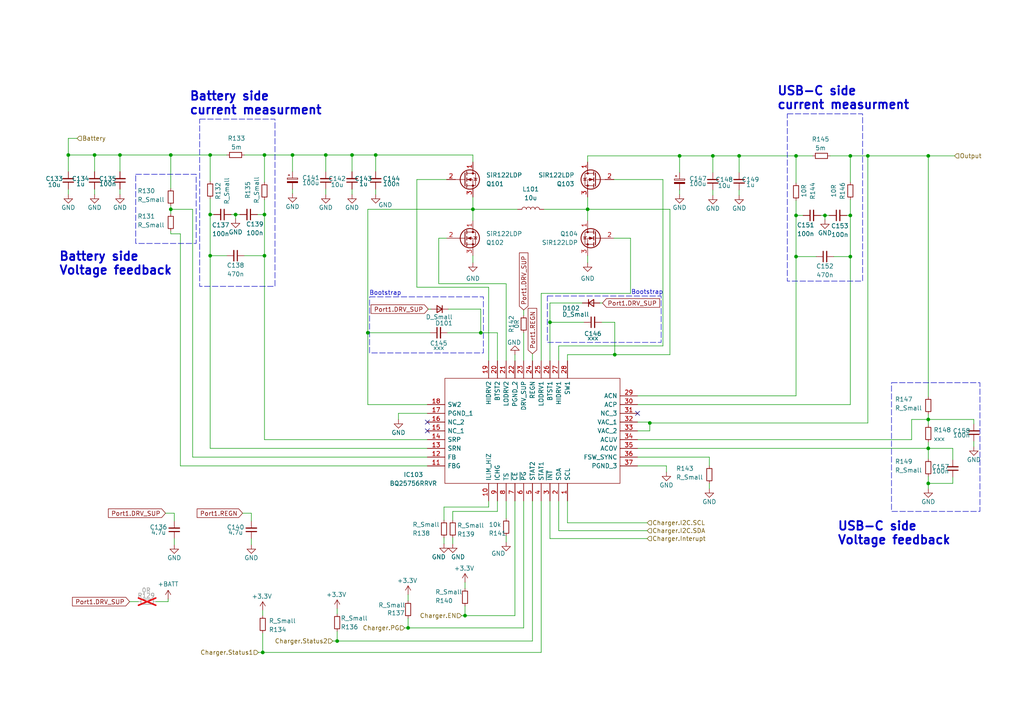
<source format=kicad_sch>
(kicad_sch (version 20231120) (generator "eeschema") (generator_version "8.0")
  (paper "A4")
  (lib_symbols
    (symbol "Device:C_Polarized_Small" (pin_numbers hide) (pin_names (offset 0.254) hide)
      (property "Reference" "C" (at 0.254 1.778 0))
      (property "Value" "C_Polarized_Small" (at 0.254 -2.032 0))
      (symbol "C_Polarized_Small_0_1"
        (rectangle (start -1.524 -0.3048) (end 1.524 -0.6858) (fill (type outline)))
        (rectangle (start -1.524 0.6858) (end 1.524 0.3048))
        (polyline (pts (xy -1.27 1.524) (xy -0.762 1.524)))
        (polyline (pts (xy -1.016 1.27) (xy -1.016 1.778)))
      )
      (symbol "C_Polarized_Small_1_1"
        (pin passive line (at 0 2.54 270) (length 1.8542) (name "~") (number "1"))
        (pin passive line (at 0 -2.54 90) (length 1.8542) (name "~") (number "2"))
      )
    )
    (symbol "Device:C_Small" (pin_numbers hide) (pin_names (offset 0.254) hide)
      (property "Reference" "C" (at 0.254 1.778 0))
      (property "Value" "C_Small" (at 0.254 -2.032 0))
      (symbol "C_Small_0_1"
        (polyline (pts (xy -1.524 -0.508) (xy 1.524 -0.508)) (stroke (width 0.3302)))
        (polyline (pts (xy -1.524 0.508) (xy 1.524 0.508)) (stroke (width 0.3048)))
      )
      (symbol "C_Small_1_1"
        (pin passive line (at 0 2.54 270) (length 2.032) (name "~") (number "1"))
        (pin passive line (at 0 -2.54 90) (length 2.032) (name "~") (number "2"))
      )
    )
    (symbol "Device:D_Small" (pin_numbers hide) (pin_names (offset 0.254) hide)
      (property "Reference" "D" (at -1.27 2.032 0))
      (property "Value" "D_Small" (at -3.81 -2.032 0))
      (symbol "D_Small_0_1"
        (polyline (pts (xy -0.762 -1.016) (xy -0.762 1.016)) (stroke (width 0.254)))
        (polyline (pts (xy -0.762 0) (xy 0.762 0)))
        (polyline (pts (xy 0.762 -1.016) (xy -0.762 0) (xy 0.762 1.016) (xy 0.762 -1.016)) (stroke (width 0.254)))
      )
      (symbol "D_Small_1_1"
        (pin passive line (at -2.54 0 0) (length 1.778) (name "K") (number "1"))
        (pin passive line (at 2.54 0 180) (length 1.778) (name "A") (number "2"))
      )
    )
    (symbol "Device:L" (pin_numbers hide) (pin_names (offset 1.016) hide)
      (property "Reference" "L" (at -1.27 0 90))
      (property "Value" "L" (at 1.905 0 90))
      (symbol "L_0_1"
        (arc (start 0 -2.54) (mid 0.6323 -1.905) (end 0 -1.27))
        (arc (start 0 -1.27) (mid 0.6323 -0.635) (end 0 0))
        (arc (start 0 0) (mid 0.6323 0.635) (end 0 1.27))
        (arc (start 0 1.27) (mid 0.6323 1.905) (end 0 2.54))
      )
      (symbol "L_1_1"
        (pin passive line (at 0 3.81 270) (length 1.27) (name "1") (number "1"))
        (pin passive line (at 0 -3.81 90) (length 1.27) (name "2") (number "2"))
      )
    )
    (symbol "Device:Q_NMOS_DGS" (pin_names (offset 0) hide)
      (property "Reference" "Q" (at 5.08 1.27 0))
      (property "Value" "Q_NMOS_DGS" (at 5.08 -1.27 0))
      (symbol "Q_NMOS_DGS_0_1"
        (polyline (pts (xy 0.254 0) (xy -2.54 0)))
        (polyline (pts (xy 0.254 1.905) (xy 0.254 -1.905)) (stroke (width 0.254)))
        (polyline (pts (xy 0.762 -1.27) (xy 0.762 -2.286)) (stroke (width 0.254)))
        (polyline (pts (xy 0.762 0.508) (xy 0.762 -0.508)) (stroke (width 0.254)))
        (polyline (pts (xy 0.762 2.286) (xy 0.762 1.27)) (stroke (width 0.254)))
        (polyline (pts (xy 2.54 2.54) (xy 2.54 1.778)))
        (polyline (pts (xy 2.54 -2.54) (xy 2.54 0) (xy 0.762 0)))
        (polyline (pts (xy 0.762 -1.778) (xy 3.302 -1.778) (xy 3.302 1.778) (xy 0.762 1.778)))
        (polyline (pts (xy 1.016 0) (xy 2.032 0.381) (xy 2.032 -0.381) (xy 1.016 0)) (fill (type outline)))
        (polyline (pts (xy 2.794 0.508) (xy 2.921 0.381) (xy 3.683 0.381) (xy 3.81 0.254)))
        (polyline (pts (xy 3.302 0.381) (xy 2.921 -0.254) (xy 3.683 -0.254) (xy 3.302 0.381)))
        (circle (center 1.651 0) (radius 2.794) (stroke (width 0.254)))
        (circle (center 2.54 -1.778) (radius 0.254) (fill (type outline)))
        (circle (center 2.54 1.778) (radius 0.254) (fill (type outline)))
      )
      (symbol "Q_NMOS_DGS_1_1"
        (pin passive line (at 2.54 5.08 270) (length 2.54) (name "D") (number "1"))
        (pin input line (at -5.08 0 0) (length 2.54) (name "G") (number "2"))
        (pin passive line (at 2.54 -5.08 90) (length 2.54) (name "S") (number "3"))
      )
    )
    (symbol "Device:R_Small" (pin_numbers hide) (pin_names (offset 0.254) hide)
      (property "Reference" "R" (at 0.762 0.508 0))
      (property "Value" "R_Small" (at 0.762 -1.016 0))
      (symbol "R_Small_0_1"
        (rectangle (start -0.762 1.778) (end 0.762 -1.778) (stroke (width 0.2032)))
      )
      (symbol "R_Small_1_1"
        (pin passive line (at 0 2.54 270) (length 0.762) (name "~") (number "1"))
        (pin passive line (at 0 -2.54 90) (length 0.762) (name "~") (number "2"))
      )
    )
    (symbol "SamacSys_Parts:BQ25756RRVR" (pin_names (offset 0.762))
      (property "Reference" "IC" (at 36.83 20.32 0))
      (property "Value" "BQ25756RRVR" (at 36.83 17.78 0))
      (symbol "BQ25756RRVR_0_0"
        (pin passive line (at 0 0 0) (length 5.08) (name "SCL") (number "1"))
        (pin passive line (at 0 -22.86 0) (length 5.08) (name "ILIM_HIZ") (number "10"))
        (pin passive line (at 10.16 -40.64 90) (length 5.08) (name "FBG") (number "11"))
        (pin passive line (at 12.7 -40.64 90) (length 5.08) (name "FB") (number "12"))
        (pin passive line (at 15.24 -40.64 90) (length 5.08) (name "SRN") (number "13"))
        (pin passive line (at 17.78 -40.64 90) (length 5.08) (name "SRP") (number "14"))
        (pin passive line (at 20.32 -40.64 90) (length 5.08) (name "NC_1") (number "15"))
        (pin passive line (at 22.86 -40.64 90) (length 5.08) (name "NC_2") (number "16"))
        (pin passive line (at 25.4 -40.64 90) (length 5.08) (name "PGND_1") (number "17"))
        (pin passive line (at 27.94 -40.64 90) (length 5.08) (name "SW2") (number "18"))
        (pin passive line (at 40.64 -22.86 180) (length 5.08) (name "HIDRV2") (number "19"))
        (pin passive line (at 0 -2.54 0) (length 5.08) (name "SDA") (number "2"))
        (pin passive line (at 40.64 -20.32 180) (length 5.08) (name "BTST2") (number "20"))
        (pin passive line (at 40.64 -17.78 180) (length 5.08) (name "LODRV2") (number "21"))
        (pin passive line (at 40.64 -15.24 180) (length 5.08) (name "PGND_2") (number "22"))
        (pin passive line (at 40.64 -12.7 180) (length 5.08) (name "DRV_SUP") (number "23"))
        (pin passive line (at 40.64 -10.16 180) (length 5.08) (name "REGN") (number "24"))
        (pin passive line (at 40.64 -7.62 180) (length 5.08) (name "LODRV1") (number "25"))
        (pin passive line (at 40.64 -5.08 180) (length 5.08) (name "BTST1") (number "26"))
        (pin passive line (at 40.64 -2.54 180) (length 5.08) (name "HIDRV1") (number "27"))
        (pin passive line (at 40.64 0 180) (length 5.08) (name "SW1") (number "28"))
        (pin passive line (at 30.48 20.32 270) (length 5.08) (name "ACN") (number "29"))
        (pin passive line (at 0 -5.08 0) (length 5.08) (name "~{INT}") (number "3"))
        (pin passive line (at 27.94 20.32 270) (length 5.08) (name "ACP") (number "30"))
        (pin passive line (at 25.4 20.32 270) (length 5.08) (name "NC_3") (number "31"))
        (pin passive line (at 22.86 20.32 270) (length 5.08) (name "VAC_1") (number "32"))
        (pin passive line (at 20.32 20.32 270) (length 5.08) (name "VAC_2") (number "33"))
        (pin passive line (at 17.78 20.32 270) (length 5.08) (name "ACUV") (number "34"))
        (pin passive line (at 15.24 20.32 270) (length 5.08) (name "ACOV") (number "35"))
        (pin passive line (at 12.7 20.32 270) (length 5.08) (name "FSW_SYNC") (number "36"))
        (pin passive line (at 10.16 20.32 270) (length 5.08) (name "PGND_3") (number "37"))
        (pin passive line (at 0 -7.62 0) (length 5.08) (name "STAT1") (number "4"))
        (pin passive line (at 0 -10.16 0) (length 5.08) (name "STAT2") (number "5"))
        (pin passive line (at 0 -12.7 0) (length 5.08) (name "~{PG}") (number "6"))
        (pin passive line (at 0 -15.24 0) (length 5.08) (name "~{CE}") (number "7"))
        (pin passive line (at 0 -17.78 0) (length 5.08) (name "TS") (number "8"))
        (pin passive line (at 0 -20.32 0) (length 5.08) (name "ICHG") (number "9"))
      )
      (symbol "BQ25756RRVR_0_1"
        (polyline (pts (xy 5.08 15.24) (xy 35.56 15.24) (xy 35.56 -35.56) (xy 5.08 -35.56) (xy 5.08 15.24)) (stroke (width 0.1524)))
      )
    )
    (symbol "power:+3.3V" (power) (pin_names (offset 0))
      (property "Value" "+3.3V" (at 0 3.556 0))
      (symbol "+3.3V_0_1"
        (polyline (pts (xy -0.762 1.27) (xy 0 2.54)))
        (polyline (pts (xy 0 0) (xy 0 2.54)))
        (polyline (pts (xy 0 2.54) (xy 0.762 1.27)))
      )
      (symbol "+3.3V_1_1"
        (pin power_in line (at 0 0 90) (length 0) hide (name "+3.3V") (number "1"))
      )
    )
    (symbol "power:+BATT" (power) (pin_numbers hide) (pin_names (offset 0) hide)
      (property "Value" "+BATT" (at 0 3.556 0))
      (symbol "+BATT_0_1"
        (polyline (pts (xy -0.762 1.27) (xy 0 2.54)))
        (polyline (pts (xy 0 0) (xy 0 2.54)))
        (polyline (pts (xy 0 2.54) (xy 0.762 1.27)))
      )
      (symbol "+BATT_1_1"
        (pin power_in line (at 0 0 90) (length 0) (name "~") (number "1"))
      )
    )
    (symbol "power:GND" (power) (pin_names (offset 0))
      (property "Value" "GND" (at 0 -3.81 0))
      (symbol "GND_0_1"
        (polyline (pts (xy 0 0) (xy 0 -1.27) (xy 1.27 -1.27) (xy 0 -2.54) (xy -1.27 -1.27) (xy 0 -1.27)))
      )
      (symbol "GND_1_1"
        (pin power_in line (at 0 0 270) (length 0) hide (name "GND") (number "1"))
      )
    )
  )
  (junction (at 230.886 45.212))
  (junction (at 60.96 62.23))
  (junction (at 97.79 185.928))
  (junction (at 106.68 96.52))
  (junction (at 68.326 62.23))
  (junction (at 76.708 62.23))
  (junction (at 60.96 44.958))
  (junction (at 269.24 130.048))
  (junction (at 178.308 102.87))
  (junction (at 76.2 189.23))
  (junction (at 137.16 60.706))
  (junction (at 269.24 121.666))
  (junction (at 60.96 74.168))
  (junction (at 188.468 122.682))
  (junction (at 76.708 74.168))
  (junction (at 139.446 96.52))
  (junction (at 19.812 44.958))
  (junction (at 197.104 45.212))
  (junction (at 230.886 62.484))
  (junction (at 49.53 44.958))
  (junction (at 84.836 44.958))
  (junction (at 246.634 45.212))
  (junction (at 27.432 44.958))
  (junction (at 206.756 45.212))
  (junction (at 159.512 93.472))
  (junction (at 134.874 178.562))
  (junction (at 246.634 74.422))
  (junction (at 108.966 44.958))
  (junction (at 102.108 44.958))
  (junction (at 170.434 60.706))
  (junction (at 118.364 182.118))
  (junction (at 269.24 140.208))
  (junction (at 49.53 60.706))
  (junction (at 94.488 44.958))
  (junction (at 214.376 45.212))
  (junction (at 251.714 45.212))
  (junction (at 269.24 45.212))
  (junction (at 246.634 62.484))
  (junction (at 239.268 62.484))
  (junction (at 230.886 74.422))
  (junction (at 34.798 44.958))
  (junction (at 76.708 44.958))
  (no_connect (at 123.952 122.428))
  (no_connect (at 184.912 119.888))
  (no_connect (at 123.952 124.968))
  (wire (pts (xy 84.836 49.784) (xy 84.836 44.958)))
  (wire (pts (xy 60.96 44.958) (xy 65.786 44.958)))
  (wire (pts (xy 49.53 44.958) (xy 60.96 44.958)))
  (wire (pts (xy 276.352 138.43) (xy 276.352 140.208)))
  (wire (pts (xy 49.53 44.958) (xy 49.53 54.61)))
  (wire (pts (xy 76.708 74.168) (xy 76.708 127.508)))
  (wire (pts (xy 170.434 57.15) (xy 170.434 60.706)))
  (wire (pts (xy 170.434 46.99) (xy 170.434 45.212)))
  (wire (pts (xy 60.96 74.168) (xy 60.96 130.048)))
  (wire (pts (xy 139.446 89.662) (xy 139.446 96.52)))
  (wire (pts (xy 124.968 89.662) (xy 124.206 89.662)))
  (wire (pts (xy 128.778 147.066) (xy 128.778 150.876)))
  (wire (pts (xy 184.912 124.968) (xy 188.468 124.968)))
  (wire (pts (xy 72.898 156.21) (xy 72.898 157.988)))
  (wire (pts (xy 74.93 189.23) (xy 76.2 189.23)))
  (wire (pts (xy 97.79 185.928) (xy 154.432 185.928)))
  (wire (pts (xy 19.812 44.958) (xy 19.812 49.784)))
  (wire (pts (xy 269.24 121.666) (xy 282.448 121.666)))
  (wire (pts (xy 115.57 119.888) (xy 115.57 121.666)))
  (wire (pts (xy 197.104 50.038) (xy 197.104 45.212)))
  (wire (pts (xy 184.912 117.348) (xy 246.634 117.348)))
  (wire (pts (xy 239.268 62.484) (xy 237.998 62.484)))
  (wire (pts (xy 19.812 40.132) (xy 19.812 44.958)))
  (wire (pts (xy 192.278 52.07) (xy 178.054 52.07)))
  (wire (pts (xy 134.874 175.768) (xy 134.874 178.562)))
  (wire (pts (xy 241.808 74.422) (xy 246.634 74.422)))
  (wire (pts (xy 94.488 54.864) (xy 94.488 56.388)))
  (wire (pts (xy 264.414 121.666) (xy 269.24 121.666)))
  (wire (pts (xy 84.836 54.864) (xy 84.836 56.134)))
  (wire (pts (xy 34.798 54.864) (xy 34.798 56.388)))
  (wire (pts (xy 19.812 44.958) (xy 27.432 44.958)))
  (wire (pts (xy 214.376 55.118) (xy 214.376 56.642)))
  (wire (pts (xy 159.512 145.288) (xy 159.512 156.21)))
  (wire (pts (xy 269.24 140.208) (xy 269.24 141.732)))
  (wire (pts (xy 76.708 44.958) (xy 76.708 52.832)))
  (wire (pts (xy 55.88 132.588) (xy 123.952 132.588)))
  (wire (pts (xy 68.326 62.23) (xy 69.596 62.23)))
  (wire (pts (xy 164.592 102.87) (xy 178.308 102.87)))
  (wire (pts (xy 146.812 104.648) (xy 146.812 82.296)))
  (wire (pts (xy 131.318 155.956) (xy 131.318 157.734)))
  (wire (pts (xy 141.732 147.066) (xy 141.732 145.288)))
  (wire (pts (xy 96.52 185.928) (xy 97.79 185.928)))
  (wire (pts (xy 139.446 96.52) (xy 144.272 96.52)))
  (wire (pts (xy 156.972 85.09) (xy 182.88 85.09)))
  (wire (pts (xy 193.294 135.128) (xy 193.294 136.906)))
  (wire (pts (xy 137.16 64.008) (xy 137.16 60.706)))
  (wire (pts (xy 134.874 168.91) (xy 134.874 170.688)))
  (wire (pts (xy 68.326 62.23) (xy 68.326 63.5)))
  (wire (pts (xy 76.2 183.642) (xy 76.2 189.23)))
  (wire (pts (xy 60.96 57.658) (xy 60.96 62.23)))
  (wire (pts (xy 146.812 155.448) (xy 146.812 157.226)))
  (wire (pts (xy 235.712 45.212) (xy 230.886 45.212)))
  (wire (pts (xy 269.24 115.062) (xy 269.24 45.212)))
  (wire (pts (xy 120.904 83.312) (xy 120.904 52.07)))
  (wire (pts (xy 97.79 176.53) (xy 97.79 178.054)))
  (wire (pts (xy 184.912 130.048) (xy 269.24 130.048)))
  (wire (pts (xy 269.24 128.27) (xy 269.24 130.048)))
  (wire (pts (xy 128.778 147.066) (xy 141.732 147.066)))
  (wire (pts (xy 106.68 60.706) (xy 137.16 60.706)))
  (wire (pts (xy 141.732 83.312) (xy 141.732 104.648)))
  (wire (pts (xy 159.512 93.472) (xy 159.512 104.648)))
  (wire (pts (xy 76.708 62.23) (xy 76.708 74.168)))
  (wire (pts (xy 76.708 44.958) (xy 84.836 44.958)))
  (wire (pts (xy 246.634 74.422) (xy 246.634 117.348)))
  (wire (pts (xy 269.24 130.048) (xy 276.352 130.048)))
  (wire (pts (xy 60.96 62.23) (xy 60.96 74.168)))
  (wire (pts (xy 146.812 145.288) (xy 146.812 150.368)))
  (wire (pts (xy 137.16 44.958) (xy 137.16 46.99)))
  (wire (pts (xy 52.324 67.818) (xy 49.53 67.818)))
  (wire (pts (xy 184.912 122.428) (xy 188.468 122.428)))
  (wire (pts (xy 246.634 62.484) (xy 246.634 74.422)))
  (wire (pts (xy 118.364 182.118) (xy 151.892 182.118)))
  (wire (pts (xy 72.898 148.844) (xy 72.898 151.13)))
  (wire (pts (xy 156.972 145.288) (xy 156.972 189.23)))
  (wire (pts (xy 246.634 45.212) (xy 251.714 45.212)))
  (wire (pts (xy 94.488 44.958) (xy 102.108 44.958)))
  (wire (pts (xy 230.886 58.166) (xy 230.886 62.484)))
  (wire (pts (xy 170.434 64.008) (xy 170.434 60.706)))
  (wire (pts (xy 269.24 120.142) (xy 269.24 121.666)))
  (wire (pts (xy 149.352 104.648) (xy 149.352 102.87)))
  (wire (pts (xy 27.432 54.864) (xy 27.432 56.388)))
  (wire (pts (xy 251.714 45.212) (xy 251.714 122.682)))
  (wire (pts (xy 246.634 45.212) (xy 240.792 45.212)))
  (wire (pts (xy 137.16 74.168) (xy 137.16 76.2)))
  (wire (pts (xy 162.052 153.924) (xy 187.706 153.924)))
  (wire (pts (xy 192.278 100.33) (xy 192.278 52.07)))
  (wire (pts (xy 194.31 102.87) (xy 194.31 60.706)))
  (wire (pts (xy 137.16 60.706) (xy 150.114 60.706)))
  (wire (pts (xy 230.886 45.212) (xy 230.886 53.086)))
  (wire (pts (xy 269.24 121.666) (xy 269.24 123.19)))
  (wire (pts (xy 269.24 138.176) (xy 269.24 140.208)))
  (wire (pts (xy 123.952 130.048) (xy 60.96 130.048)))
  (wire (pts (xy 123.952 119.888) (xy 115.57 119.888)))
  (wire (pts (xy 19.812 54.864) (xy 19.812 56.388)))
  (wire (pts (xy 123.952 117.348) (xy 106.68 117.348)))
  (wire (pts (xy 108.966 44.958) (xy 137.16 44.958)))
  (wire (pts (xy 34.798 44.958) (xy 49.53 44.958)))
  (wire (pts (xy 205.74 140.208) (xy 205.74 141.732)))
  (wire (pts (xy 127.254 82.296) (xy 127.254 69.088)))
  (wire (pts (xy 76.708 127.508) (xy 123.952 127.508)))
  (wire (pts (xy 188.468 122.682) (xy 251.714 122.682)))
  (wire (pts (xy 49.53 60.706) (xy 49.53 61.976)))
  (wire (pts (xy 282.448 128.016) (xy 282.448 129.54)))
  (wire (pts (xy 178.308 93.472) (xy 178.308 102.87)))
  (wire (pts (xy 197.104 55.118) (xy 197.104 56.388)))
  (wire (pts (xy 159.512 87.884) (xy 159.512 93.472)))
  (wire (pts (xy 240.538 62.484) (xy 239.268 62.484)))
  (wire (pts (xy 154.432 145.288) (xy 154.432 185.928)))
  (wire (pts (xy 50.546 156.21) (xy 50.546 157.988)))
  (wire (pts (xy 137.16 57.15) (xy 137.16 60.706)))
  (wire (pts (xy 173.99 87.884) (xy 174.752 87.884)))
  (wire (pts (xy 61.976 62.23) (xy 60.96 62.23)))
  (wire (pts (xy 206.756 55.118) (xy 206.756 56.642)))
  (wire (pts (xy 276.352 140.208) (xy 269.24 140.208)))
  (wire (pts (xy 70.866 44.958) (xy 76.708 44.958)))
  (wire (pts (xy 164.592 104.648) (xy 164.592 102.87)))
  (wire (pts (xy 246.634 45.212) (xy 246.634 52.832)))
  (wire (pts (xy 194.31 60.706) (xy 170.434 60.706)))
  (wire (pts (xy 170.434 45.212) (xy 197.104 45.212)))
  (wire (pts (xy 74.676 62.23) (xy 76.708 62.23)))
  (wire (pts (xy 159.512 156.21) (xy 187.706 156.21)))
  (wire (pts (xy 84.836 44.958) (xy 94.488 44.958)))
  (wire (pts (xy 184.912 114.808) (xy 230.886 114.808)))
  (wire (pts (xy 27.432 44.958) (xy 34.798 44.958)))
  (wire (pts (xy 144.272 148.336) (xy 144.272 145.288)))
  (wire (pts (xy 151.892 96.52) (xy 151.892 104.648)))
  (wire (pts (xy 162.052 100.33) (xy 192.278 100.33)))
  (wire (pts (xy 206.756 45.212) (xy 214.376 45.212)))
  (wire (pts (xy 146.812 82.296) (xy 127.254 82.296)))
  (wire (pts (xy 134.874 178.562) (xy 149.352 178.562)))
  (wire (pts (xy 164.592 151.638) (xy 187.706 151.638)))
  (wire (pts (xy 127.254 69.088) (xy 129.54 69.088)))
  (wire (pts (xy 118.364 179.324) (xy 118.364 182.118)))
  (wire (pts (xy 151.892 89.916) (xy 151.892 91.44)))
  (wire (pts (xy 106.68 96.52) (xy 124.714 96.52)))
  (wire (pts (xy 102.108 44.958) (xy 108.966 44.958)))
  (wire (pts (xy 76.2 177.038) (xy 76.2 178.562)))
  (wire (pts (xy 205.74 132.588) (xy 205.74 135.128)))
  (wire (pts (xy 65.786 74.168) (xy 60.96 74.168)))
  (wire (pts (xy 282.448 121.666) (xy 282.448 122.936)))
  (wire (pts (xy 184.912 127.508) (xy 264.414 127.508)))
  (wire (pts (xy 188.468 122.682) (xy 188.468 122.428)))
  (wire (pts (xy 154.432 102.616) (xy 154.432 104.648)))
  (wire (pts (xy 246.634 57.912) (xy 246.634 62.484)))
  (wire (pts (xy 123.952 135.128) (xy 52.324 135.128)))
  (wire (pts (xy 197.104 45.212) (xy 206.756 45.212)))
  (wire (pts (xy 131.318 148.336) (xy 131.318 150.876)))
  (wire (pts (xy 159.512 93.472) (xy 169.418 93.472)))
  (wire (pts (xy 276.352 130.048) (xy 276.352 133.35)))
  (wire (pts (xy 106.68 96.52) (xy 106.68 117.348)))
  (wire (pts (xy 37.592 174.498) (xy 40.132 174.498)))
  (wire (pts (xy 157.734 60.706) (xy 170.434 60.706)))
  (wire (pts (xy 128.778 155.956) (xy 128.778 157.734)))
  (wire (pts (xy 214.376 45.212) (xy 230.886 45.212)))
  (wire (pts (xy 48.006 148.844) (xy 50.546 148.844)))
  (wire (pts (xy 130.048 89.662) (xy 139.446 89.662)))
  (wire (pts (xy 55.88 60.706) (xy 55.88 132.588)))
  (wire (pts (xy 129.794 96.52) (xy 139.446 96.52)))
  (wire (pts (xy 239.268 62.484) (xy 239.268 63.754)))
  (wire (pts (xy 27.432 44.958) (xy 27.432 49.784)))
  (wire (pts (xy 76.708 57.912) (xy 76.708 62.23)))
  (wire (pts (xy 184.912 132.588) (xy 205.74 132.588)))
  (wire (pts (xy 269.24 130.048) (xy 269.24 133.096)))
  (wire (pts (xy 162.052 104.648) (xy 162.052 100.33)))
  (wire (pts (xy 70.358 148.844) (xy 72.898 148.844)))
  (wire (pts (xy 70.866 74.168) (xy 76.708 74.168)))
  (wire (pts (xy 22.352 40.132) (xy 19.812 40.132)))
  (wire (pts (xy 118.364 172.466) (xy 118.364 174.244)))
  (wire (pts (xy 164.592 145.288) (xy 164.592 151.638)))
  (wire (pts (xy 182.88 69.088) (xy 178.054 69.088)))
  (wire (pts (xy 269.24 45.212) (xy 276.86 45.212)))
  (wire (pts (xy 206.756 45.212) (xy 206.756 50.038)))
  (wire (pts (xy 106.68 60.706) (xy 106.68 96.52)))
  (wire (pts (xy 49.53 59.69) (xy 49.53 60.706)))
  (wire (pts (xy 188.468 124.968) (xy 188.468 122.682)))
  (wire (pts (xy 67.056 62.23) (xy 68.326 62.23)))
  (wire (pts (xy 49.53 67.056) (xy 49.53 67.818)))
  (wire (pts (xy 170.434 74.168) (xy 170.434 76.2)))
  (wire (pts (xy 151.892 145.288) (xy 151.892 182.118)))
  (wire (pts (xy 174.498 93.472) (xy 178.308 93.472)))
  (wire (pts (xy 182.88 85.09) (xy 182.88 69.088)))
  (wire (pts (xy 102.108 54.864) (xy 102.108 56.388)))
  (wire (pts (xy 108.966 54.864) (xy 108.966 56.388)))
  (wire (pts (xy 184.912 135.128) (xy 193.294 135.128)))
  (wire (pts (xy 149.352 145.288) (xy 149.352 178.562)))
  (wire (pts (xy 108.966 44.958) (xy 108.966 49.784)))
  (wire (pts (xy 245.618 62.484) (xy 246.634 62.484)))
  (wire (pts (xy 236.728 74.422) (xy 230.886 74.422)))
  (wire (pts (xy 214.376 45.212) (xy 214.376 50.038)))
  (wire (pts (xy 117.348 182.118) (xy 118.364 182.118)))
  (wire (pts (xy 52.324 135.128) (xy 52.324 67.818)))
  (wire (pts (xy 230.886 62.484) (xy 230.886 74.422)))
  (wire (pts (xy 178.308 102.87) (xy 194.31 102.87)))
  (wire (pts (xy 230.886 74.422) (xy 230.886 114.808)))
  (wire (pts (xy 251.714 45.212) (xy 269.24 45.212)))
  (wire (pts (xy 45.212 174.498) (xy 48.768 174.498)))
  (wire (pts (xy 97.79 183.134) (xy 97.79 185.928)))
  (wire (pts (xy 94.488 44.958) (xy 94.488 49.784)))
  (wire (pts (xy 102.108 44.958) (xy 102.108 49.784)))
  (wire (pts (xy 156.972 104.648) (xy 156.972 85.09)))
  (wire (pts (xy 162.052 145.288) (xy 162.052 153.924)))
  (wire (pts (xy 49.53 60.706) (xy 55.88 60.706)))
  (wire (pts (xy 131.318 148.336) (xy 144.272 148.336)))
  (wire (pts (xy 48.768 173.736) (xy 48.768 174.498)))
  (wire (pts (xy 232.918 62.484) (xy 230.886 62.484)))
  (wire (pts (xy 144.272 104.648) (xy 144.272 96.52)))
  (wire (pts (xy 34.798 44.958) (xy 34.798 49.784)))
  (wire (pts (xy 156.972 189.23) (xy 76.2 189.23)))
  (wire (pts (xy 168.91 87.884) (xy 159.512 87.884)))
  (wire (pts (xy 120.904 52.07) (xy 129.54 52.07)))
  (wire (pts (xy 141.732 83.312) (xy 120.904 83.312)))
  (wire (pts (xy 264.414 127.508) (xy 264.414 121.666)))
  (wire (pts (xy 60.96 44.958) (xy 60.96 52.578)))
  (wire (pts (xy 133.858 178.562) (xy 134.874 178.562)))
  (wire (pts (xy 50.546 148.844) (xy 50.546 151.13)))
  (rectangle (start 57.912 34.544) (end 79.756 83.058) (stroke (width 0) (type dash)))
  (rectangle (start 228.346 33.02) (end 250.19 81.534) (stroke (width 0) (type dash)))
  (rectangle (start 258.572 110.998) (end 284.226 148.336) (stroke (width 0) (type dash)))
  (rectangle (start 158.75 85.852) (end 191.77 99.314) (stroke (width 0) (type dash)))
  (rectangle (start 39.37 50.546) (end 56.896 70.612) (stroke (width 0) (type dash)))
  (rectangle (start 107.188 86.106) (end 140.208 102.362) (stroke (width 0) (type dash)))
  (text "Bootstrap\n" (at 111.76 85.09 0) (effects (font (size 1.27 1.27))))
  (text "USB-C side \ncurrent measurment" (at 225.298 32.004 0) (effects (font (size 2.5 2.5) (thickness 0.5) (bold yes)) (justify left bottom)))
  (text "Bootstrap\n" (at 187.706 84.836 0) (effects (font (size 1.27 1.27))))
  (text "Battery side \ncurrent measurment" (at 54.864 33.528 0) (effects (font (size 2.5 2.5) (thickness 0.5) (bold yes)) (justify left bottom)))
  (text "Battery side\nVoltage feedback\n" (at 17.018 80.01 0) (effects (font (size 2.5 2.5) (thickness 0.5) (bold yes)) (justify left bottom)))
  (text "USB-C side\nVoltage feedback\n" (at 242.824 158.242 0) (effects (font (size 2.5 2.5) (thickness 0.5) (bold yes)) (justify left bottom)))
  (global_label "Port1.REGN" (shape input) (at 154.432 102.616 90) (property "Intersheetrefs" "${INTERSHEET_REFS}" (effects (hide yes))))
  (global_label "Port1.DRV_SUP" (shape input) (at 174.752 87.884 0) (property "Intersheetrefs" "${INTERSHEET_REFS}" (effects (hide yes))))
  (global_label "Port1.DRV_SUP" (shape input) (at 151.892 89.916 90) (property "Intersheetrefs" "${INTERSHEET_REFS}" (effects (hide yes))))
  (global_label "Port1.DRV_SUP" (shape input) (at 37.592 174.498 180) (property "Intersheetrefs" "${INTERSHEET_REFS}" (effects (hide yes))))
  (global_label "Port1.DRV_SUP" (shape input) (at 124.206 89.662 180) (property "Intersheetrefs" "${INTERSHEET_REFS}" (effects (hide yes))))
  (global_label "Port1.DRV_SUP" (shape input) (at 48.006 148.844 180) (property "Intersheetrefs" "${INTERSHEET_REFS}" (effects (hide yes))))
  (global_label "Port1.REGN" (shape input) (at 70.358 148.844 180) (property "Intersheetrefs" "${INTERSHEET_REFS}" (effects (hide yes))))
  (hierarchical_label "Charger.EN" (shape input) (at 133.858 178.562 180))
  (hierarchical_label "Charger.Status1" (shape input) (at 74.93 189.23 180))
  (hierarchical_label "Charger.Status2" (shape input) (at 96.52 185.928 180))
  (hierarchical_label "Battery" (shape input) (at 22.352 40.132 0))
  (hierarchical_label "Charger.I2C.SCL" (shape input) (at 187.706 151.638 0))
  (hierarchical_label "Charger.I2C.SDA" (shape input) (at 187.706 153.924 0))
  (hierarchical_label "Output" (shape input) (at 276.86 45.212 0))
  (hierarchical_label "Charger.PG" (shape input) (at 117.348 182.118 180))
  (hierarchical_label "Charger.Interupt" (shape input) (at 187.706 156.21 0))
  (symbol (lib_id "Device:R_Small") (at 269.24 117.602 0) (unit 1)
    (property "Reference" "R147" (at 259.588 115.824 0) (effects (justify left)))
    (property "Value" "R_Small" (at 259.588 118.364 0) (effects (justify left)))
    (property "Footprint" "Resistor_SMD:R_0603_1608Metric" (effects (hide yes)))
  )
  (symbol (lib_id "power:GND") (at 206.756 56.642 0) (mirror y) (unit 1)
    (property "Reference" "#PWR0204" (effects (hide yes)))
    (property "Value" "GND" (at 206.756 60.452 0))
  )
  (symbol (lib_id "Device:Q_NMOS_DGS") (at 134.62 52.07 0) (unit 1)
    (property "Reference" "Q101" (at 140.97 53.34 0) (effects (justify left)))
    (property "Value" "SiR122LDP" (at 140.97 50.8 0) (effects (justify left)))
    (property "Footprint" "Package_SO:PowerPAK_SO-8_Single" (effects (hide yes)))
  )
  (symbol (lib_id "power:GND") (at 128.778 157.734 0) (unit 1)
    (property "Reference" "#PWR0194" (effects (hide yes)))
    (property "Value" "GND" (at 127.254 161.544 0))
  )
  (symbol (lib_id "Device:C_Small") (at 171.958 93.472 90) (unit 1)
    (property "Reference" "C146" (at 171.958 96.774 90))
    (property "Value" "xxx" (at 171.958 98.044 90))
    (property "Footprint" "Capacitor_SMD:C_0603_1608Metric" (effects (hide yes)))
  )
  (symbol (lib_id "SamacSys_Parts:BQ25756RRVR") (at 164.592 145.288 270) (mirror x) (unit 1)
    (property "Reference" "IC103" (at 119.888 137.668 90))
    (property "Value" "BQ25756RRVR" (at 119.888 140.208 90))
    (property "Footprint" "QFN50P500X600X100-37N-D" (effects (hide yes)))
    (property "Datasheet" "https://www.ti.com.cn/cn/lit/ds/symlink/bq25756.pdf?ts=1699839190732&ref_url=https%253A%252F%252Fwww.ti.com.cn%252Fproduct%252Fcn%252FBQ25756" (effects (hide yes)))
    (property "Description" "Battery Management Stand-alone or IC controlled 70-V bidirectional buck-boost charge controller with MPPT 36-VQFN -40 to 85" (effects (hide yes)))
    (property "Height" "1" (effects (hide yes)))
    (property "Manufacturer_Name" "Texas Instruments" (effects (hide yes)))
    (property "Manufacturer_Part_Number" "BQ25756RRVR" (effects (hide yes)))
    (property "Mouser Part Number" "595-BQ25756RRVR" (effects (hide yes)))
    (property "Mouser Price/Stock" "https://www.mouser.co.uk/ProductDetail/Texas-Instruments/BQ25756RRVR?qs=HoCaDK9Nz5ckDWwb4xOATA%3D%3D" (effects (hide yes)))
    (property "Arrow Part Number" "BQ25756RRVR" (effects (hide yes)))
    (property "Arrow Price/Stock" "https://www.arrow.com/en/products/bq25756rrvr/texas-instruments?utm_currency=USD&region=nac" (effects (hide yes)))
  )
  (symbol (lib_id "Device:C_Small") (at 206.756 52.578 180) (unit 1)
    (property "Reference" "C148" (at 210.058 52.07 0))
    (property "Value" "10u" (at 210.058 53.848 0))
    (property "Footprint" "Capacitor_SMD:C_1206_3216Metric" (effects (hide yes)))
  )
  (symbol (lib_id "Device:R_Small") (at 42.672 174.498 270) (unit 1) (dnp yes)
    (property "Reference" "R129" (at 42.418 172.72 90))
    (property "Value" "0R" (at 42.418 171.196 90))
    (property "Footprint" "Resistor_SMD:R_0603_1608Metric" (effects (hide yes)))
  )
  (symbol (lib_id "Device:R_Small") (at 269.24 135.636 0) (unit 1)
    (property "Reference" "R149" (at 259.588 133.858 0) (effects (justify left)))
    (property "Value" "R_Small" (at 259.588 136.398 0) (effects (justify left)))
    (property "Footprint" "Resistor_SMD:R_0603_1608Metric" (effects (hide yes)))
  )
  (symbol (lib_id "power:GND") (at 94.488 56.388 0) (mirror y) (unit 1)
    (property "Reference" "#PWR0188" (effects (hide yes)))
    (property "Value" "GND" (at 94.488 60.198 0))
  )
  (symbol (lib_id "Device:Q_NMOS_DGS") (at 172.974 52.07 0) (mirror y) (unit 1)
    (property "Reference" "Q103" (at 166.624 53.34 0) (effects (justify left)))
    (property "Value" "SiR122LDP" (at 166.624 50.8 0) (effects (justify left)))
    (property "Footprint" "Package_SO:PowerPAK_SO-8_Single" (effects (hide yes)))
  )
  (symbol (lib_id "Device:C_Small") (at 27.432 52.324 180) (unit 1)
    (property "Reference" "C134" (at 23.368 51.816 0))
    (property "Value" "1u" (at 23.368 53.34 0))
    (property "Footprint" "Capacitor_SMD:C_1206_3216Metric" (effects (hide yes)))
  )
  (symbol (lib_id "power:GND") (at 68.326 63.5 0) (unit 1)
    (property "Reference" "#PWR0184" (effects (hide yes)))
    (property "Value" "GND" (at 68.326 67.31 0))
  )
  (symbol (lib_id "Device:C_Small") (at 50.546 153.67 180) (unit 1)
    (property "Reference" "C136" (at 45.974 152.908 0))
    (property "Value" "4.7u" (at 45.974 154.432 0))
    (property "Footprint" "Capacitor_SMD:C_0603_1608Metric" (effects (hide yes)))
  )
  (symbol (lib_id "Device:R_Small") (at 118.364 176.784 0) (unit 1)
    (property "Reference" "R137" (at 112.268 177.8 0) (effects (justify left)))
    (property "Value" "R_Small" (at 109.728 175.514 0) (effects (justify left)))
    (property "Footprint" "Resistor_SMD:R_0603_1608Metric" (effects (hide yes)))
  )
  (symbol (lib_id "power:GND") (at 170.434 76.2 0) (unit 1)
    (property "Reference" "#PWR0200" (effects (hide yes)))
    (property "Value" "GND" (at 170.434 80.772 0))
  )
  (symbol (lib_id "Device:C_Small") (at 282.448 125.476 180) (unit 1)
    (property "Reference" "C158" (at 278.892 124.968 0))
    (property "Value" "100n" (at 278.892 126.238 0))
    (property "Footprint" "Capacitor_SMD:C_0603_1608Metric" (effects (hide yes)))
  )
  (symbol (lib_id "Device:R_Small") (at 151.892 93.98 180) (unit 1)
    (property "Reference" "R142" (at 148.336 93.98 90))
    (property "Value" "0R" (at 149.86 93.98 90))
    (property "Footprint" "Resistor_SMD:R_0603_1608Metric" (effects (hide yes)))
  )
  (symbol (lib_id "Device:R_Small") (at 230.886 55.626 0) (mirror x) (unit 1)
    (property "Reference" "R144" (at 235.712 55.372 90))
    (property "Value" "10R" (at 233.172 55.372 90))
    (property "Footprint" "Resistor_SMD:R_0603_1608Metric" (effects (hide yes)))
  )
  (symbol (lib_id "power:GND") (at 149.352 102.87 180) (unit 1)
    (property "Reference" "#PWR0199" (effects (hide yes)))
    (property "Value" "GND" (at 149.098 99.314 0))
  )
  (symbol (lib_id "power:GND") (at 197.104 56.388 0) (unit 1)
    (property "Reference" "#PWR0202" (effects (hide yes)))
    (property "Value" "GND" (at 197.104 60.198 0))
  )
  (symbol (lib_id "power:GND") (at 193.294 136.906 0) (mirror y) (unit 1)
    (property "Reference" "#PWR0201" (effects (hide yes)))
    (property "Value" "GND" (at 193.294 140.716 0))
  )
  (symbol (lib_id "Device:R_Small") (at 97.79 180.594 0) (unit 1)
    (property "Reference" "R136" (at 98.806 181.864 0) (effects (justify left)))
    (property "Value" "R_Small" (at 98.806 179.324 0) (effects (justify left)))
    (property "Footprint" "Resistor_SMD:R_0603_1608Metric" (effects (hide yes)))
  )
  (symbol (lib_id "power:GND") (at 19.812 56.388 0) (mirror y) (unit 1)
    (property "Reference" "#PWR0179" (effects (hide yes)))
    (property "Value" "GND" (at 19.812 60.198 0))
  )
  (symbol (lib_id "Device:Q_NMOS_DGS") (at 172.974 69.088 0) (mirror y) (unit 1)
    (property "Reference" "Q104" (at 167.64 67.8179 0) (effects (justify left)))
    (property "Value" "SiR122LDP" (at 167.64 70.3579 0) (effects (justify left)))
    (property "Footprint" "Package_SO:PowerPAK_SO-8_Single" (effects (hide yes)))
  )
  (symbol (lib_id "power:GND") (at 239.268 63.754 0) (mirror y) (unit 1)
    (property "Reference" "#PWR0207" (effects (hide yes)))
    (property "Value" "GND" (at 239.268 67.564 0))
  )
  (symbol (lib_id "power:GND") (at 115.57 121.666 0) (unit 1)
    (property "Reference" "#PWR0192" (effects (hide yes)))
    (property "Value" "GND" (at 115.57 125.476 0))
  )
  (symbol (lib_id "Device:C_Small") (at 34.798 52.324 180) (unit 1)
    (property "Reference" "C135" (at 31.242 51.816 0))
    (property "Value" "100n" (at 31.242 53.34 0))
    (property "Footprint" "Capacitor_SMD:C_1206_3216Metric" (effects (hide yes)))
  )
  (symbol (lib_id "power:GND") (at 269.24 141.732 0) (unit 1)
    (property "Reference" "#PWR0210" (effects (hide yes)))
    (property "Value" "GND" (at 269.24 145.542 0))
  )
  (symbol (lib_id "power:+3.3V") (at 118.364 172.466 0) (unit 1)
    (property "Reference" "#PWR0193" (effects (hide yes)))
    (property "Value" "+3.3V" (at 118.11 168.402 0))
  )
  (symbol (lib_id "power:+3.3V") (at 134.874 168.91 0) (unit 1)
    (property "Reference" "#PWR0196" (effects (hide yes)))
    (property "Value" "+3.3V" (at 134.62 164.846 0))
  )
  (symbol (lib_id "Device:C_Small") (at 214.376 52.578 180) (unit 1)
    (property "Reference" "C149" (at 217.678 52.07 0))
    (property "Value" "1u" (at 217.678 53.594 0))
    (property "Footprint" "Capacitor_SMD:C_1206_3216Metric" (effects (hide yes)))
  )
  (symbol (lib_id "power:GND") (at 214.376 56.642 0) (mirror y) (unit 1)
    (property "Reference" "#PWR0205" (effects (hide yes)))
    (property "Value" "GND" (at 214.376 60.452 0))
  )
  (symbol (lib_id "Device:C_Polarized_Small") (at 197.104 52.578 0) (unit 1)
    (property "Reference" "C147" (at 199.898 51.816 0) (effects (justify left)))
    (property "Value" "100u" (at 199.898 53.3018 0) (effects (justify left)))
    (property "Footprint" "Capacitor_SMD:CP_Elec_6.3x7.7" (effects (hide yes)))
  )
  (symbol (lib_id "Device:C_Small") (at 72.898 153.67 180) (unit 1)
    (property "Reference" "C140" (at 68.326 152.908 0))
    (property "Value" "4.7u" (at 68.326 154.432 0))
    (property "Footprint" "Capacitor_SMD:C_0603_1608Metric" (effects (hide yes)))
  )
  (symbol (lib_id "power:GND") (at 146.812 157.226 0) (unit 1)
    (property "Reference" "#PWR0198" (effects (hide yes)))
    (property "Value" "GND" (at 144.526 160.528 0))
  )
  (symbol (lib_id "power:+BATT") (at 48.768 173.736 0) (unit 1)
    (property "Reference" "#PWR0182" (effects (hide yes)))
    (property "Value" "+BATT" (at 48.768 169.418 0))
    (property "Description" "Power symbol creates a global label with name \"+BATT\"" (effects (hide yes)))
  )
  (symbol (lib_id "Device:R_Small") (at 131.318 153.416 0) (unit 1)
    (property "Reference" "R139" (at 132.588 154.94 0) (effects (justify left)))
    (property "Value" "R_Small" (at 132.588 152.4 0) (effects (justify left)))
    (property "Footprint" "Resistor_SMD:R_0603_1608Metric" (effects (hide yes)))
  )
  (symbol (lib_id "power:GND") (at 108.966 56.388 0) (mirror y) (unit 1)
    (property "Reference" "#PWR0191" (effects (hide yes)))
    (property "Value" "GND" (at 111.76 59.436 0))
  )
  (symbol (lib_id "power:GND") (at 27.432 56.388 0) (mirror y) (unit 1)
    (property "Reference" "#PWR0180" (effects (hide yes)))
    (property "Value" "GND" (at 27.432 60.198 0))
  )
  (symbol (lib_id "Device:R_Small") (at 246.634 55.372 0) (mirror x) (unit 1)
    (property "Reference" "R146" (at 244.348 55.372 90))
    (property "Value" "10R" (at 241.808 55.372 90))
    (property "Footprint" "Resistor_SMD:R_0603_1608Metric" (effects (hide yes)))
  )
  (symbol (lib_id "power:GND") (at 72.898 157.988 0) (mirror y) (unit 1)
    (property "Reference" "#PWR0185" (effects (hide yes)))
    (property "Value" "GND" (at 72.898 161.798 0))
  )
  (symbol (lib_id "Device:R_Small") (at 128.778 153.416 0) (unit 1)
    (property "Reference" "R138" (at 119.634 154.686 0) (effects (justify left)))
    (property "Value" "R_Small" (at 119.634 152.146 0) (effects (justify left)))
    (property "Footprint" "Resistor_SMD:R_0603_1608Metric" (effects (hide yes)))
  )
  (symbol (lib_id "Device:C_Small") (at 276.352 135.89 180) (unit 1)
    (property "Reference" "C157" (at 272.796 135.382 0))
    (property "Value" "100n" (at 272.796 136.652 0))
    (property "Footprint" "Capacitor_SMD:C_0603_1608Metric" (effects (hide yes)))
  )
  (symbol (lib_id "Device:R_Small") (at 49.53 57.15 0) (unit 1)
    (property "Reference" "R130" (at 39.878 55.372 0) (effects (justify left)))
    (property "Value" "R_Small" (at 39.878 57.912 0) (effects (justify left)))
    (property "Footprint" "Resistor_SMD:R_0603_1608Metric" (effects (hide yes)))
  )
  (symbol (lib_id "Device:R_Small") (at 76.2 181.102 0) (unit 1)
    (property "Reference" "R134" (at 77.978 182.626 0) (effects (justify left)))
    (property "Value" "R_Small" (at 77.978 180.086 0) (effects (justify left)))
    (property "Footprint" "Resistor_SMD:R_0603_1608Metric" (effects (hide yes)))
  )
  (symbol (lib_id "power:+3.3V") (at 76.2 177.038 0) (unit 1)
    (property "Reference" "#PWR0186" (effects (hide yes)))
    (property "Value" "+3.3V" (at 75.946 172.974 0))
  )
  (symbol (lib_id "Device:R_Small") (at 134.874 173.228 0) (unit 1)
    (property "Reference" "R140" (at 126.238 174.244 0) (effects (justify left)))
    (property "Value" "R_Small" (at 126.238 171.704 0) (effects (justify left)))
    (property "Footprint" "Resistor_SMD:R_0603_1608Metric" (effects (hide yes)))
  )
  (symbol (lib_id "Device:C_Small") (at 19.812 52.324 180) (unit 1)
    (property "Reference" "C133" (at 15.748 51.816 0))
    (property "Value" "10u" (at 15.748 53.594 0))
    (property "Footprint" "Capacitor_SMD:C_1206_3216Metric" (effects (hide yes)))
  )
  (symbol (lib_id "Device:R_Small") (at 49.53 64.516 0) (unit 1)
    (property "Reference" "R131" (at 39.878 62.738 0) (effects (justify left)))
    (property "Value" "R_Small" (at 39.878 65.278 0) (effects (justify left)))
    (property "Footprint" "Resistor_SMD:R_0603_1608Metric" (effects (hide yes)))
  )
  (symbol (lib_id "Device:R_Small") (at 60.96 55.118 180) (unit 1)
    (property "Reference" "R132" (at 63.246 55.372 90))
    (property "Value" "R_Small" (at 65.786 55.372 90))
    (property "Footprint" "Resistor_SMD:R_0603_1608Metric" (effects (hide yes)))
  )
  (symbol (lib_id "Device:C_Small") (at 235.458 62.484 90) (mirror x) (unit 1)
    (property "Reference" "C151" (at 233.68 65.278 90))
    (property "Value" "100n" (at 233.68 67.818 90))
    (property "Footprint" "Capacitor_SMD:C_0603_1608Metric" (effects (hide yes)))
  )
  (symbol (lib_id "power:GND") (at 34.798 56.388 0) (mirror y) (unit 1)
    (property "Reference" "#PWR0181" (effects (hide yes)))
    (property "Value" "GND" (at 34.798 60.198 0))
  )
  (symbol (lib_id "Device:C_Small") (at 108.966 52.324 180) (unit 1)
    (property "Reference" "C144" (at 113.538 51.816 0))
    (property "Value" "100n" (at 113.538 53.34 0))
    (property "Footprint" "Capacitor_SMD:C_1206_3216Metric" (effects (hide yes)))
  )
  (symbol (lib_id "Device:C_Polarized_Small") (at 84.836 52.324 0) (unit 1)
    (property "Reference" "C141" (at 87.63 51.562 0) (effects (justify left)))
    (property "Value" "100u" (at 87.63 53.0478 0) (effects (justify left)))
    (property "Footprint" "Capacitor_SMD:CP_Elec_6.3x7.7" (effects (hide yes)))
  )
  (symbol (lib_id "power:GND") (at 131.318 157.734 0) (unit 1)
    (property "Reference" "#PWR0195" (effects (hide yes)))
    (property "Value" "GND" (at 132.842 161.544 0))
  )
  (symbol (lib_id "Device:C_Small") (at 102.108 52.324 180) (unit 1)
    (property "Reference" "C143" (at 105.41 51.816 0))
    (property "Value" "1u" (at 105.41 53.34 0))
    (property "Footprint" "Capacitor_SMD:C_1206_3216Metric" (effects (hide yes)))
  )
  (symbol (lib_id "Device:D_Small") (at 171.45 87.884 0) (unit 1)
    (property "Reference" "D102" (at 163.068 89.408 0) (effects (justify left)))
    (property "Value" "D_Small" (at 163.068 91.186 0) (effects (justify left)))
    (property "Footprint" "Diode_SMD:D_SOD-123" (effects (hide yes)))
    (property "Description" "Diode, small symbol" (effects (hide yes)))
    (property "Sim.Device" "D" (effects (hide yes)))
    (property "Sim.Pins" "1=K 2=A" (effects (hide yes)))
  )
  (symbol (lib_id "Device:R_Small") (at 238.252 45.212 270) (mirror x) (unit 1)
    (property "Reference" "R145" (at 237.998 40.386 90))
    (property "Value" "5m" (at 237.998 42.926 90))
    (property "Footprint" "Resistor_SMD:R_2512_6332Metric" (effects (hide yes)))
  )
  (symbol (lib_id "Device:R_Small") (at 76.708 55.372 180) (unit 1)
    (property "Reference" "R135" (at 71.882 55.118 90))
    (property "Value" "R_Small" (at 74.422 55.118 90))
    (property "Footprint" "Resistor_SMD:R_0603_1608Metric" (effects (hide yes)))
  )
  (symbol (lib_id "Device:D_Small") (at 127.508 89.662 180) (unit 1)
    (property "Reference" "D101" (at 131.318 93.726 0) (effects (justify left)))
    (property "Value" "D_Small" (at 131.318 91.948 0) (effects (justify left)))
    (property "Footprint" "Diode_SMD:D_SOD-123" (effects (hide yes)))
    (property "Description" "Diode, small symbol" (effects (hide yes)))
    (property "Sim.Device" "D" (effects (hide yes)))
    (property "Sim.Pins" "1=K 2=A" (effects (hide yes)))
  )
  (symbol (lib_id "Device:L") (at 153.924 60.706 90) (unit 1)
    (property "Reference" "L101" (at 153.924 54.864 90))
    (property "Value" "10u" (at 153.924 57.404 90))
    (property "Footprint" "SamacSys_Parts:XAL1010" (effects (hide yes)))
  )
  (symbol (lib_id "Device:C_Small") (at 127.254 96.52 90) (unit 1)
    (property "Reference" "C145" (at 127.254 99.568 90))
    (property "Value" "xxx" (at 127.254 100.838 90))
    (property "Footprint" "Capacitor_SMD:C_0603_1608Metric" (effects (hide yes)))
  )
  (symbol (lib_id "Device:C_Small") (at 68.326 74.168 270) (unit 1)
    (property "Reference" "C138" (at 68.326 76.962 90))
    (property "Value" "470n" (at 68.326 79.502 90))
    (property "Footprint" "Capacitor_SMD:C_0603_1608Metric" (effects (hide yes)))
  )
  (symbol (lib_id "Device:C_Small") (at 239.268 74.422 90) (mirror x) (unit 1)
    (property "Reference" "C152" (at 239.268 77.216 90))
    (property "Value" "470n" (at 239.268 79.756 90))
    (property "Footprint" "Capacitor_SMD:C_0603_1608Metric" (effects (hide yes)))
  )
  (symbol (lib_id "Device:C_Small") (at 72.136 62.23 270) (unit 1)
    (property "Reference" "C139" (at 73.914 65.024 90))
    (property "Value" "100n" (at 73.914 67.564 90))
    (property "Footprint" "Capacitor_SMD:C_0603_1608Metric" (effects (hide yes)))
  )
  (symbol (lib_id "power:GND") (at 84.836 56.134 0) (unit 1)
    (property "Reference" "#PWR0187" (effects (hide yes)))
    (property "Value" "GND" (at 84.836 59.944 0))
  )
  (symbol (lib_id "Device:C_Small") (at 64.516 62.23 270) (unit 1)
    (property "Reference" "C137" (at 64.008 65.278 90))
    (property "Value" "100n" (at 64.008 67.818 90))
    (property "Footprint" "Capacitor_SMD:C_0603_1608Metric" (effects (hide yes)))
  )
  (symbol (lib_id "power:GND") (at 137.16 76.2 0) (unit 1)
    (property "Reference" "#PWR0197" (effects (hide yes)))
    (property "Value" "GND" (at 137.16 80.772 0))
  )
  (symbol (lib_id "power:+3.3V") (at 97.79 176.53 0) (unit 1)
    (property "Reference" "#PWR0189" (effects (hide yes)))
    (property "Value" "+3.3V" (at 97.536 172.466 0))
  )
  (symbol (lib_id "Device:C_Small") (at 243.078 62.484 90) (mirror x) (unit 1)
    (property "Reference" "C153" (at 243.586 65.532 90))
    (property "Value" "100n" (at 243.586 68.072 90))
    (property "Footprint" "Capacitor_SMD:C_0603_1608Metric" (effects (hide yes)))
  )
  (symbol (lib_id "Device:C_Small") (at 94.488 52.324 180) (unit 1)
    (property "Reference" "C142" (at 97.79 51.816 0))
    (property "Value" "10u" (at 97.79 53.594 0))
    (property "Footprint" "Capacitor_SMD:C_1206_3216Metric" (effects (hide yes)))
  )
  (symbol (lib_id "power:GND") (at 282.448 129.54 0) (unit 1)
    (property "Reference" "#PWR0212" (effects (hide yes)))
    (property "Value" "GND" (at 282.448 133.35 0))
  )
  (symbol (lib_id "Device:R_Small") (at 68.326 44.958 90) (unit 1)
    (property "Reference" "R133" (at 68.58 40.132 90))
    (property "Value" "5m" (at 68.58 42.672 90))
    (property "Footprint" "Resistor_SMD:R_2512_6332Metric" (effects (hide yes)))
  )
  (symbol (lib_id "power:GND") (at 205.74 141.732 0) (unit 1)
    (property "Reference" "#PWR0203" (effects (hide yes)))
    (property "Value" "GND" (at 205.74 145.542 0))
  )
  (symbol (lib_id "power:GND") (at 50.546 157.988 0) (mirror y) (unit 1)
    (property "Reference" "#PWR0183" (effects (hide yes)))
    (property "Value" "GND" (at 50.546 161.798 0))
  )
  (symbol (lib_id "Device:R_Small") (at 269.24 125.73 0) (unit 1)
    (property "Reference" "R148" (at 270.764 124.714 0) (effects (justify left)))
    (property "Value" "xxx" (at 270.764 127.254 0) (effects (justify left)))
    (property "Footprint" "Resistor_SMD:R_0603_1608Metric" (effects (hide yes)))
  )
  (symbol (lib_id "Device:Q_NMOS_DGS") (at 134.62 69.088 0) (unit 1)
    (property "Reference" "Q102" (at 140.97 70.358 0) (effects (justify left)))
    (property "Value" "SiR122LDP" (at 140.97 67.818 0) (effects (justify left)))
    (property "Footprint" "Package_SO:PowerPAK_SO-8_Single" (effects (hide yes)))
  )
  (symbol (lib_id "Device:R_Small") (at 205.74 137.668 0) (unit 1)
    (property "Reference" "R143" (at 196.088 135.89 0) (effects (justify left)))
    (property "Value" "R_Small" (at 196.088 138.43 0) (effects (justify left)))
    (property "Footprint" "Resistor_SMD:R_0603_1608Metric" (effects (hide yes)))
  )
  (symbol (lib_id "power:GND") (at 102.108 56.388 0) (mirror y) (unit 1)
    (property "Reference" "#PWR0190" (effects (hide yes)))
    (property "Value" "GND" (at 102.108 60.198 0))
  )
  (symbol (lib_id "Device:R_Small") (at 146.812 152.908 0) (unit 1)
    (property "Reference" "R141" (at 141.732 154.686 0) (effects (justify left)))
    (property "Value" "10k" (at 141.732 152.146 0) (effects (justify left)))
    (property "Footprint" "Resistor_SMD:R_0603_1608Metric" (effects (hide yes)))
  )
)
</source>
